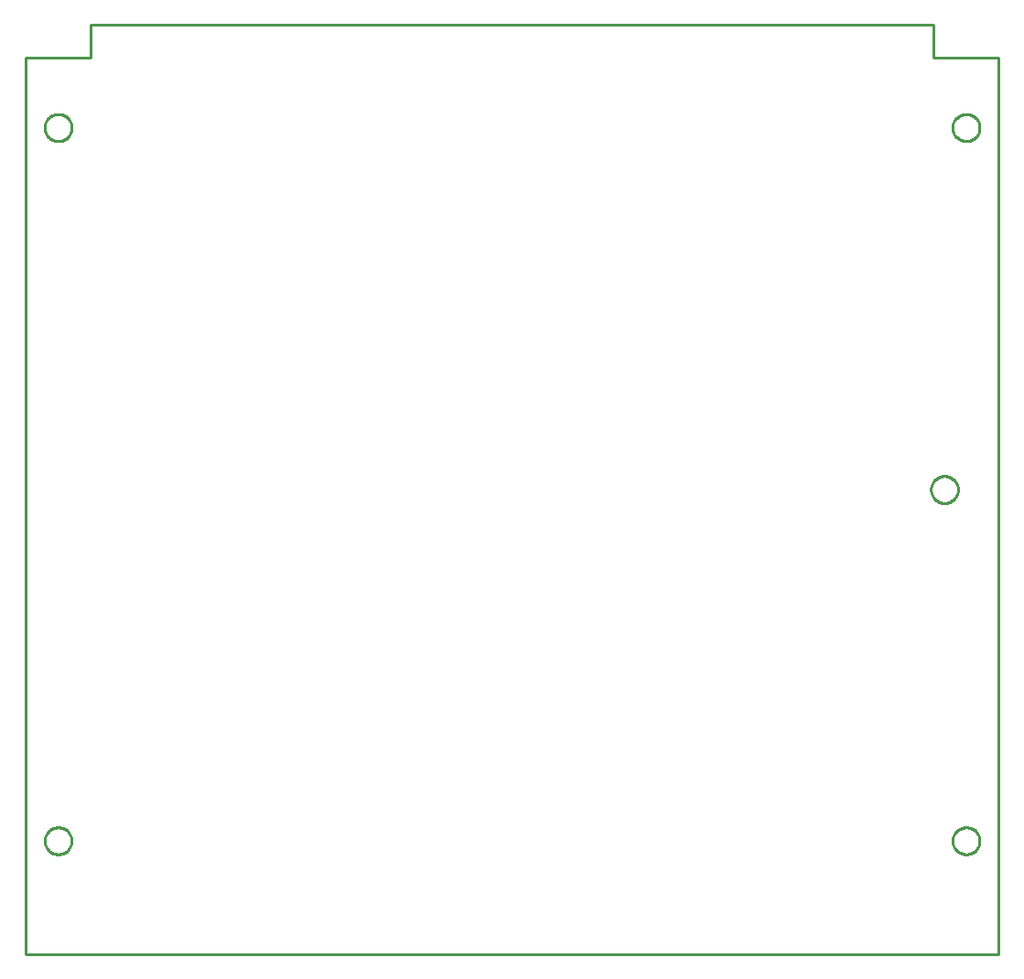
<source format=gbr>
G04 EAGLE Gerber RS-274X export*
G75*
%MOMM*%
%FSLAX34Y34*%
%LPD*%
%IN*%
%IPPOS*%
%AMOC8*
5,1,8,0,0,1.08239X$1,22.5*%
G01*
%ADD10C,0.254000*%


D10*
X-450000Y-435000D02*
X450000Y-435000D01*
X450000Y395000D01*
X390000Y395000D01*
X390000Y425000D01*
X-390000Y425000D01*
X-390000Y395000D01*
X-450000Y395000D01*
X-450000Y-435000D01*
X-407500Y329509D02*
X-407577Y328530D01*
X-407731Y327560D01*
X-407960Y326604D01*
X-408264Y325670D01*
X-408639Y324763D01*
X-409085Y323888D01*
X-409599Y323050D01*
X-410176Y322255D01*
X-410814Y321508D01*
X-411508Y320814D01*
X-412255Y320176D01*
X-413050Y319599D01*
X-413888Y319085D01*
X-414763Y318639D01*
X-415670Y318264D01*
X-416604Y317960D01*
X-417560Y317731D01*
X-418530Y317577D01*
X-419509Y317500D01*
X-420491Y317500D01*
X-421470Y317577D01*
X-422441Y317731D01*
X-423396Y317960D01*
X-424330Y318264D01*
X-425237Y318639D01*
X-426112Y319085D01*
X-426950Y319599D01*
X-427745Y320176D01*
X-428492Y320814D01*
X-429186Y321508D01*
X-429824Y322255D01*
X-430401Y323050D01*
X-430915Y323888D01*
X-431361Y324763D01*
X-431736Y325670D01*
X-432040Y326604D01*
X-432269Y327560D01*
X-432423Y328530D01*
X-432500Y329509D01*
X-432500Y330491D01*
X-432423Y331470D01*
X-432269Y332441D01*
X-432040Y333396D01*
X-431736Y334330D01*
X-431361Y335237D01*
X-430915Y336112D01*
X-430401Y336950D01*
X-429824Y337745D01*
X-429186Y338492D01*
X-428492Y339186D01*
X-427745Y339824D01*
X-426950Y340401D01*
X-426112Y340915D01*
X-425237Y341361D01*
X-424330Y341736D01*
X-423396Y342040D01*
X-422441Y342269D01*
X-421470Y342423D01*
X-420491Y342500D01*
X-419509Y342500D01*
X-418530Y342423D01*
X-417560Y342269D01*
X-416604Y342040D01*
X-415670Y341736D01*
X-414763Y341361D01*
X-413888Y340915D01*
X-413050Y340401D01*
X-412255Y339824D01*
X-411508Y339186D01*
X-410814Y338492D01*
X-410176Y337745D01*
X-409599Y336950D01*
X-409085Y336112D01*
X-408639Y335237D01*
X-408264Y334330D01*
X-407960Y333396D01*
X-407731Y332441D01*
X-407577Y331470D01*
X-407500Y330491D01*
X-407500Y329509D01*
X432500Y329509D02*
X432423Y328530D01*
X432269Y327560D01*
X432040Y326604D01*
X431736Y325670D01*
X431361Y324763D01*
X430915Y323888D01*
X430401Y323050D01*
X429824Y322255D01*
X429186Y321508D01*
X428492Y320814D01*
X427745Y320176D01*
X426950Y319599D01*
X426112Y319085D01*
X425237Y318639D01*
X424330Y318264D01*
X423396Y317960D01*
X422441Y317731D01*
X421470Y317577D01*
X420491Y317500D01*
X419509Y317500D01*
X418530Y317577D01*
X417560Y317731D01*
X416604Y317960D01*
X415670Y318264D01*
X414763Y318639D01*
X413888Y319085D01*
X413050Y319599D01*
X412255Y320176D01*
X411508Y320814D01*
X410814Y321508D01*
X410176Y322255D01*
X409599Y323050D01*
X409085Y323888D01*
X408639Y324763D01*
X408264Y325670D01*
X407960Y326604D01*
X407731Y327560D01*
X407577Y328530D01*
X407500Y329509D01*
X407500Y330491D01*
X407577Y331470D01*
X407731Y332441D01*
X407960Y333396D01*
X408264Y334330D01*
X408639Y335237D01*
X409085Y336112D01*
X409599Y336950D01*
X410176Y337745D01*
X410814Y338492D01*
X411508Y339186D01*
X412255Y339824D01*
X413050Y340401D01*
X413888Y340915D01*
X414763Y341361D01*
X415670Y341736D01*
X416604Y342040D01*
X417560Y342269D01*
X418530Y342423D01*
X419509Y342500D01*
X420491Y342500D01*
X421470Y342423D01*
X422441Y342269D01*
X423396Y342040D01*
X424330Y341736D01*
X425237Y341361D01*
X426112Y340915D01*
X426950Y340401D01*
X427745Y339824D01*
X428492Y339186D01*
X429186Y338492D01*
X429824Y337745D01*
X430401Y336950D01*
X430915Y336112D01*
X431361Y335237D01*
X431736Y334330D01*
X432040Y333396D01*
X432269Y332441D01*
X432423Y331470D01*
X432500Y330491D01*
X432500Y329509D01*
X-407500Y-330491D02*
X-407577Y-331470D01*
X-407731Y-332441D01*
X-407960Y-333396D01*
X-408264Y-334330D01*
X-408639Y-335237D01*
X-409085Y-336112D01*
X-409599Y-336950D01*
X-410176Y-337745D01*
X-410814Y-338492D01*
X-411508Y-339186D01*
X-412255Y-339824D01*
X-413050Y-340401D01*
X-413888Y-340915D01*
X-414763Y-341361D01*
X-415670Y-341736D01*
X-416604Y-342040D01*
X-417560Y-342269D01*
X-418530Y-342423D01*
X-419509Y-342500D01*
X-420491Y-342500D01*
X-421470Y-342423D01*
X-422441Y-342269D01*
X-423396Y-342040D01*
X-424330Y-341736D01*
X-425237Y-341361D01*
X-426112Y-340915D01*
X-426950Y-340401D01*
X-427745Y-339824D01*
X-428492Y-339186D01*
X-429186Y-338492D01*
X-429824Y-337745D01*
X-430401Y-336950D01*
X-430915Y-336112D01*
X-431361Y-335237D01*
X-431736Y-334330D01*
X-432040Y-333396D01*
X-432269Y-332441D01*
X-432423Y-331470D01*
X-432500Y-330491D01*
X-432500Y-329509D01*
X-432423Y-328530D01*
X-432269Y-327560D01*
X-432040Y-326604D01*
X-431736Y-325670D01*
X-431361Y-324763D01*
X-430915Y-323888D01*
X-430401Y-323050D01*
X-429824Y-322255D01*
X-429186Y-321508D01*
X-428492Y-320814D01*
X-427745Y-320176D01*
X-426950Y-319599D01*
X-426112Y-319085D01*
X-425237Y-318639D01*
X-424330Y-318264D01*
X-423396Y-317960D01*
X-422441Y-317731D01*
X-421470Y-317577D01*
X-420491Y-317500D01*
X-419509Y-317500D01*
X-418530Y-317577D01*
X-417560Y-317731D01*
X-416604Y-317960D01*
X-415670Y-318264D01*
X-414763Y-318639D01*
X-413888Y-319085D01*
X-413050Y-319599D01*
X-412255Y-320176D01*
X-411508Y-320814D01*
X-410814Y-321508D01*
X-410176Y-322255D01*
X-409599Y-323050D01*
X-409085Y-323888D01*
X-408639Y-324763D01*
X-408264Y-325670D01*
X-407960Y-326604D01*
X-407731Y-327560D01*
X-407577Y-328530D01*
X-407500Y-329509D01*
X-407500Y-330491D01*
X432500Y-330491D02*
X432423Y-331470D01*
X432269Y-332441D01*
X432040Y-333396D01*
X431736Y-334330D01*
X431361Y-335237D01*
X430915Y-336112D01*
X430401Y-336950D01*
X429824Y-337745D01*
X429186Y-338492D01*
X428492Y-339186D01*
X427745Y-339824D01*
X426950Y-340401D01*
X426112Y-340915D01*
X425237Y-341361D01*
X424330Y-341736D01*
X423396Y-342040D01*
X422441Y-342269D01*
X421470Y-342423D01*
X420491Y-342500D01*
X419509Y-342500D01*
X418530Y-342423D01*
X417560Y-342269D01*
X416604Y-342040D01*
X415670Y-341736D01*
X414763Y-341361D01*
X413888Y-340915D01*
X413050Y-340401D01*
X412255Y-339824D01*
X411508Y-339186D01*
X410814Y-338492D01*
X410176Y-337745D01*
X409599Y-336950D01*
X409085Y-336112D01*
X408639Y-335237D01*
X408264Y-334330D01*
X407960Y-333396D01*
X407731Y-332441D01*
X407577Y-331470D01*
X407500Y-330491D01*
X407500Y-329509D01*
X407577Y-328530D01*
X407731Y-327560D01*
X407960Y-326604D01*
X408264Y-325670D01*
X408639Y-324763D01*
X409085Y-323888D01*
X409599Y-323050D01*
X410176Y-322255D01*
X410814Y-321508D01*
X411508Y-320814D01*
X412255Y-320176D01*
X413050Y-319599D01*
X413888Y-319085D01*
X414763Y-318639D01*
X415670Y-318264D01*
X416604Y-317960D01*
X417560Y-317731D01*
X418530Y-317577D01*
X419509Y-317500D01*
X420491Y-317500D01*
X421470Y-317577D01*
X422441Y-317731D01*
X423396Y-317960D01*
X424330Y-318264D01*
X425237Y-318639D01*
X426112Y-319085D01*
X426950Y-319599D01*
X427745Y-320176D01*
X428492Y-320814D01*
X429186Y-321508D01*
X429824Y-322255D01*
X430401Y-323050D01*
X430915Y-323888D01*
X431361Y-324763D01*
X431736Y-325670D01*
X432040Y-326604D01*
X432269Y-327560D01*
X432423Y-328530D01*
X432500Y-329509D01*
X432500Y-330491D01*
X412500Y-5491D02*
X412423Y-6470D01*
X412269Y-7441D01*
X412040Y-8396D01*
X411736Y-9330D01*
X411361Y-10237D01*
X410915Y-11112D01*
X410401Y-11950D01*
X409824Y-12745D01*
X409186Y-13492D01*
X408492Y-14186D01*
X407745Y-14824D01*
X406950Y-15401D01*
X406112Y-15915D01*
X405237Y-16361D01*
X404330Y-16736D01*
X403396Y-17040D01*
X402441Y-17269D01*
X401470Y-17423D01*
X400491Y-17500D01*
X399509Y-17500D01*
X398530Y-17423D01*
X397560Y-17269D01*
X396604Y-17040D01*
X395670Y-16736D01*
X394763Y-16361D01*
X393888Y-15915D01*
X393050Y-15401D01*
X392255Y-14824D01*
X391508Y-14186D01*
X390814Y-13492D01*
X390176Y-12745D01*
X389599Y-11950D01*
X389085Y-11112D01*
X388639Y-10237D01*
X388264Y-9330D01*
X387960Y-8396D01*
X387731Y-7441D01*
X387577Y-6470D01*
X387500Y-5491D01*
X387500Y-4509D01*
X387577Y-3530D01*
X387731Y-2560D01*
X387960Y-1604D01*
X388264Y-670D01*
X388639Y237D01*
X389085Y1112D01*
X389599Y1950D01*
X390176Y2745D01*
X390814Y3492D01*
X391508Y4186D01*
X392255Y4824D01*
X393050Y5401D01*
X393888Y5915D01*
X394763Y6361D01*
X395670Y6736D01*
X396604Y7040D01*
X397560Y7269D01*
X398530Y7423D01*
X399509Y7500D01*
X400491Y7500D01*
X401470Y7423D01*
X402441Y7269D01*
X403396Y7040D01*
X404330Y6736D01*
X405237Y6361D01*
X406112Y5915D01*
X406950Y5401D01*
X407745Y4824D01*
X408492Y4186D01*
X409186Y3492D01*
X409824Y2745D01*
X410401Y1950D01*
X410915Y1112D01*
X411361Y237D01*
X411736Y-670D01*
X412040Y-1604D01*
X412269Y-2560D01*
X412423Y-3530D01*
X412500Y-4509D01*
X412500Y-5491D01*
M02*

</source>
